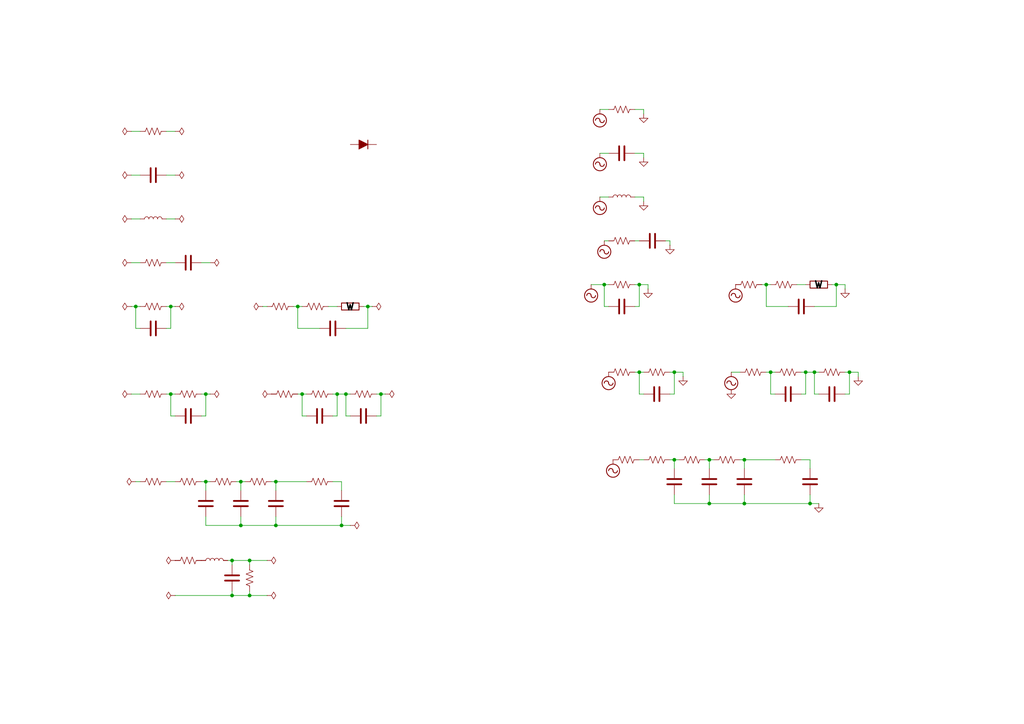
<source format=kicad_sch>
(kicad_sch (version 20231120) (generator "eeschema") (generator_version "8.0")
  (paper "A4")
  (lib_symbols
    (symbol "Device:C" (pin_numbers hide) (pin_names (offset 0.254))
      (property "Reference" "C" (at 0.635 2.54 0))
      (property "Value" "C" (at 0.635 -2.54 0))
      (symbol "C_0_1"
        (polyline (pts (xy -2.032 -0.762) (xy 2.032 -0.762)) (stroke (width 0.508)))
        (polyline (pts (xy -2.032 0.762) (xy 2.032 0.762)) (stroke (width 0.508)))
      )
      (symbol "C_1_1"
        (pin passive line (at 0 3.81 270) (length 2.794) (name "~") (number "1"))
        (pin passive line (at 0 -3.81 90) (length 2.794) (name "~") (number "2"))
      )
    )
    (symbol "Device:D_Filled" (pin_numbers hide) (pin_names (offset 1.016) hide)
      (property "Reference" "D" (at 0 2.54 0))
      (property "Value" "D_Filled" (at 0 -2.54 0))
      (symbol "D_Filled_0_1"
        (polyline (pts (xy -1.27 1.27) (xy -1.27 -1.27)) (stroke (width 0.254)))
        (polyline (pts (xy 1.27 0) (xy -1.27 0)))
        (polyline (pts (xy 1.27 1.27) (xy 1.27 -1.27) (xy -1.27 0) (xy 1.27 1.27)) (stroke (width 0.254)) (fill (type outline)))
      )
      (symbol "D_Filled_1_1"
        (pin passive line (at -3.81 0 0) (length 2.54) (name "K") (number "1"))
        (pin passive line (at 3.81 0 180) (length 2.54) (name "A") (number "2"))
      )
    )
    (symbol "Device:L" (pin_numbers hide) (pin_names (offset 1.016) hide)
      (property "Reference" "L" (at -1.27 0 90))
      (property "Value" "L" (at 1.905 0 90))
      (symbol "L_0_1"
        (arc (start 0 -2.54) (mid 0.6323 -1.905) (end 0 -1.27))
        (arc (start 0 -1.27) (mid 0.6323 -0.635) (end 0 0))
        (arc (start 0 0) (mid 0.6323 0.635) (end 0 1.27))
        (arc (start 0 1.27) (mid 0.6323 1.905) (end 0 2.54))
      )
      (symbol "L_1_1"
        (pin passive line (at 0 3.81 270) (length 1.27) (name "1") (number "1"))
        (pin passive line (at 0 -3.81 90) (length 1.27) (name "2") (number "2"))
      )
    )
    (symbol "Device:R" (pin_numbers hide) (pin_names (offset 0))
      (property "Reference" "R" (at 2.032 0 90))
      (property "Value" "R" (at 0 0 90))
      (symbol "R_0_1"
        (rectangle (start -1.016 -2.54) (end 1.016 2.54) (stroke (width 0.254)))
      )
      (symbol "R_1_1"
        (pin passive line (at 0 3.81 270) (length 1.27) (name "~") (number "1"))
        (pin passive line (at 0 -3.81 90) (length 1.27) (name "~") (number "2"))
      )
    )
    (symbol "Device:R_US" (pin_numbers hide) (pin_names (offset 0))
      (property "Reference" "R" (at 2.54 0 90))
      (property "Value" "R_US" (at -2.54 0 90))
      (symbol "R_US_0_1"
        (polyline (pts (xy 0 -2.286) (xy 0 -2.54)))
        (polyline (pts (xy 0 2.286) (xy 0 2.54)))
        (polyline (pts (xy 0 -0.762) (xy 1.016 -1.143) (xy 0 -1.524) (xy -1.016 -1.905) (xy 0 -2.286)))
        (polyline (pts (xy 0 0.762) (xy 1.016 0.381) (xy 0 0) (xy -1.016 -0.381) (xy 0 -0.762)))
        (polyline (pts (xy 0 2.286) (xy 1.016 1.905) (xy 0 1.524) (xy -1.016 1.143) (xy 0 0.762)))
      )
      (symbol "R_US_1_1"
        (pin passive line (at 0 3.81 270) (length 1.27) (name "~") (number "1"))
        (pin passive line (at 0 -3.81 90) (length 1.27) (name "~") (number "2"))
      )
    )
    (symbol "power:AC" (power) (pin_numbers hide) (pin_names (offset 0) hide)
      (property "Value" "AC" (at 0 6.35 0))
      (symbol "AC_0_1"
        (polyline (pts (xy 0 0) (xy 0 1.27)))
        (arc (start 0 3.175) (mid -0.635 3.8073) (end -1.27 3.175) (stroke (width 0.254)))
        (arc (start 0 3.175) (mid 0.635 2.5427) (end 1.27 3.175) (stroke (width 0.254)))
        (circle (center 0 3.175) (radius 1.905) (stroke (width 0.254)))
      )
      (symbol "AC_1_1"
        (pin power_in line (at 0 0 90) (length 0) (name "~") (number "1"))
      )
    )
    (symbol "power:GND" (power) (pin_numbers hide) (pin_names (offset 0) hide)
      (property "Value" "GND" (at 0 -3.81 0))
      (symbol "GND_0_1"
        (polyline (pts (xy 0 0) (xy 0 -1.27) (xy 1.27 -1.27) (xy 0 -2.54) (xy -1.27 -1.27) (xy 0 -1.27)))
      )
      (symbol "GND_1_1"
        (pin power_in line (at 0 0 270) (length 0) (name "~") (number "1"))
      )
    )
    (symbol "power:PWR_FLAG" (power) (pin_numbers hide) (pin_names (offset 0) hide)
      (property "Value" "PWR_FLAG" (at 0 3.81 0))
      (symbol "PWR_FLAG_0_0"
        (pin power_out line (at 0 0 90) (length 0) (name "~") (number "1"))
      )
      (symbol "PWR_FLAG_0_1"
        (polyline (pts (xy 0 0) (xy 0 1.27) (xy -1.016 1.905) (xy 0 2.54) (xy 1.016 1.905) (xy 0 1.27)))
      )
    )
  )
  (junction (at 99.06 152.4))
  (junction (at 185.42 82.55))
  (junction (at 222.25 82.55))
  (junction (at 223.52 107.95))
  (junction (at 80.01 139.7))
  (junction (at 72.39 162.56))
  (junction (at 195.58 107.95))
  (junction (at 106.68 88.9))
  (junction (at 236.22 107.95))
  (junction (at 67.31 162.56))
  (junction (at 49.53 88.9))
  (junction (at 175.26 82.55))
  (junction (at 233.68 107.95))
  (junction (at 59.69 139.7))
  (junction (at 246.38 107.95))
  (junction (at 215.9 146.05))
  (junction (at 69.85 139.7))
  (junction (at 110.49 114.3))
  (junction (at 87.63 114.3))
  (junction (at 215.9 133.35))
  (junction (at 195.58 133.35))
  (junction (at 86.36 88.9))
  (junction (at 49.53 114.3))
  (junction (at 39.37 88.9))
  (junction (at 69.85 152.4))
  (junction (at 185.42 107.95))
  (junction (at 100.33 114.3))
  (junction (at 242.57 82.55))
  (junction (at 80.01 152.4))
  (junction (at 72.39 172.72))
  (junction (at 205.74 133.35))
  (junction (at 67.31 172.72))
  (junction (at 97.79 114.3))
  (junction (at 59.69 114.3))
  (junction (at 205.74 146.05))
  (junction (at 234.95 146.05))
  (wire (pts (xy 38.1 88.9) (xy 39.37 88.9)))
  (wire (pts (xy 245.11 114.3) (xy 246.38 114.3)))
  (wire (pts (xy 220.98 82.55) (xy 222.25 82.55)))
  (wire (pts (xy 80.01 139.7) (xy 80.01 142.24)))
  (wire (pts (xy 76.2 88.9) (xy 77.47 88.9)))
  (wire (pts (xy 185.42 88.9) (xy 185.42 82.55)))
  (wire (pts (xy 184.15 44.45) (xy 186.69 44.45)))
  (wire (pts (xy 195.58 107.95) (xy 198.12 107.95)))
  (wire (pts (xy 38.1 76.2) (xy 40.64 76.2)))
  (wire (pts (xy 110.49 120.65) (xy 110.49 114.3)))
  (wire (pts (xy 185.42 114.3) (xy 185.42 107.95)))
  (wire (pts (xy 223.52 107.95) (xy 224.79 107.95)))
  (wire (pts (xy 39.37 88.9) (xy 40.64 88.9)))
  (wire (pts (xy 184.15 57.15) (xy 186.69 57.15)))
  (wire (pts (xy 86.36 88.9) (xy 87.63 88.9)))
  (wire (pts (xy 49.53 95.25) (xy 49.53 88.9)))
  (wire (pts (xy 185.42 107.95) (xy 186.69 107.95)))
  (wire (pts (xy 99.06 152.4) (xy 101.6 152.4)))
  (wire (pts (xy 48.26 76.2) (xy 50.8 76.2)))
  (wire (pts (xy 233.68 114.3) (xy 233.68 107.95)))
  (wire (pts (xy 72.39 172.72) (xy 77.47 172.72)))
  (wire (pts (xy 248.92 109.22) (xy 248.92 107.95)))
  (wire (pts (xy 232.41 114.3) (xy 233.68 114.3)))
  (wire (pts (xy 204.47 133.35) (xy 205.74 133.35)))
  (wire (pts (xy 38.1 63.5) (xy 40.64 63.5)))
  (wire (pts (xy 106.68 95.25) (xy 106.68 88.9)))
  (wire (pts (xy 224.79 114.3) (xy 223.52 114.3)))
  (wire (pts (xy 38.1 50.8) (xy 40.64 50.8)))
  (wire (pts (xy 193.04 69.85) (xy 194.31 69.85)))
  (wire (pts (xy 49.53 120.65) (xy 49.53 114.3)))
  (wire (pts (xy 50.8 172.72) (xy 67.31 172.72)))
  (wire (pts (xy 38.1 114.3) (xy 40.64 114.3)))
  (wire (pts (xy 95.25 88.9) (xy 97.79 88.9)))
  (wire (pts (xy 88.9 120.65) (xy 87.63 120.65)))
  (wire (pts (xy 100.33 120.65) (xy 100.33 114.3)))
  (wire (pts (xy 96.52 120.65) (xy 97.79 120.65)))
  (wire (pts (xy 86.36 95.25) (xy 86.36 88.9)))
  (wire (pts (xy 48.26 114.3) (xy 49.53 114.3)))
  (wire (pts (xy 195.58 133.35) (xy 195.58 135.89)))
  (wire (pts (xy 237.49 114.3) (xy 236.22 114.3)))
  (wire (pts (xy 236.22 114.3) (xy 236.22 107.95)))
  (wire (pts (xy 106.68 88.9) (xy 107.95 88.9)))
  (wire (pts (xy 185.42 133.35) (xy 186.69 133.35)))
  (wire (pts (xy 72.39 172.72) (xy 72.39 171.45)))
  (wire (pts (xy 173.99 57.15) (xy 176.53 57.15)))
  (wire (pts (xy 109.22 120.65) (xy 110.49 120.65)))
  (wire (pts (xy 242.57 82.55) (xy 241.3 82.55)))
  (wire (pts (xy 232.41 107.95) (xy 233.68 107.95)))
  (wire (pts (xy 68.58 139.7) (xy 69.85 139.7)))
  (wire (pts (xy 67.31 163.83) (xy 67.31 162.56)))
  (wire (pts (xy 198.12 107.95) (xy 198.12 109.22)))
  (wire (pts (xy 215.9 143.51) (xy 215.9 146.05)))
  (wire (pts (xy 58.42 114.3) (xy 59.69 114.3)))
  (wire (pts (xy 69.85 149.86) (xy 69.85 152.4)))
  (wire (pts (xy 186.69 44.45) (xy 186.69 45.72)))
  (wire (pts (xy 39.37 139.7) (xy 40.64 139.7)))
  (wire (pts (xy 72.39 163.83) (xy 72.39 162.56)))
  (wire (pts (xy 48.26 88.9) (xy 49.53 88.9)))
  (wire (pts (xy 48.26 139.7) (xy 50.8 139.7)))
  (wire (pts (xy 106.68 88.9) (xy 105.41 88.9)))
  (wire (pts (xy 173.99 44.45) (xy 176.53 44.45)))
  (wire (pts (xy 186.69 114.3) (xy 185.42 114.3)))
  (wire (pts (xy 38.1 38.1) (xy 40.64 38.1)))
  (wire (pts (xy 99.06 139.7) (xy 99.06 142.24)))
  (wire (pts (xy 231.14 82.55) (xy 233.68 82.55)))
  (wire (pts (xy 215.9 133.35) (xy 224.79 133.35)))
  (wire (pts (xy 194.31 107.95) (xy 195.58 107.95)))
  (wire (pts (xy 67.31 172.72) (xy 72.39 172.72)))
  (wire (pts (xy 87.63 114.3) (xy 88.9 114.3)))
  (wire (pts (xy 228.6 88.9) (xy 222.25 88.9)))
  (wire (pts (xy 242.57 88.9) (xy 242.57 82.55)))
  (wire (pts (xy 212.09 107.95) (xy 214.63 107.95)))
  (wire (pts (xy 184.15 69.85) (xy 185.42 69.85)))
  (wire (pts (xy 246.38 107.95) (xy 248.92 107.95)))
  (wire (pts (xy 96.52 139.7) (xy 99.06 139.7)))
  (wire (pts (xy 245.11 107.95) (xy 246.38 107.95)))
  (wire (pts (xy 58.42 139.7) (xy 59.69 139.7)))
  (wire (pts (xy 184.15 88.9) (xy 185.42 88.9)))
  (wire (pts (xy 214.63 133.35) (xy 215.9 133.35)))
  (wire (pts (xy 100.33 114.3) (xy 101.6 114.3)))
  (wire (pts (xy 205.74 146.05) (xy 215.9 146.05)))
  (wire (pts (xy 59.69 114.3) (xy 60.96 114.3)))
  (wire (pts (xy 195.58 146.05) (xy 205.74 146.05)))
  (wire (pts (xy 69.85 152.4) (xy 80.01 152.4)))
  (wire (pts (xy 246.38 114.3) (xy 246.38 107.95)))
  (wire (pts (xy 50.8 120.65) (xy 49.53 120.65)))
  (wire (pts (xy 99.06 149.86) (xy 99.06 152.4)))
  (wire (pts (xy 205.74 143.51) (xy 205.74 146.05)))
  (wire (pts (xy 66.04 162.56) (xy 67.31 162.56)))
  (wire (pts (xy 59.69 139.7) (xy 59.69 142.24)))
  (wire (pts (xy 39.37 95.25) (xy 39.37 88.9)))
  (wire (pts (xy 245.11 83.82) (xy 245.11 82.55)))
  (wire (pts (xy 186.69 57.15) (xy 186.69 58.42)))
  (wire (pts (xy 48.26 63.5) (xy 50.8 63.5)))
  (wire (pts (xy 175.26 82.55) (xy 176.53 82.55)))
  (wire (pts (xy 86.36 114.3) (xy 87.63 114.3)))
  (wire (pts (xy 100.33 95.25) (xy 106.68 95.25)))
  (wire (pts (xy 194.31 114.3) (xy 195.58 114.3)))
  (wire (pts (xy 85.09 88.9) (xy 86.36 88.9)))
  (wire (pts (xy 175.26 88.9) (xy 175.26 82.55)))
  (wire (pts (xy 72.39 162.56) (xy 77.47 162.56)))
  (wire (pts (xy 232.41 133.35) (xy 234.95 133.35)))
  (wire (pts (xy 109.22 114.3) (xy 110.49 114.3)))
  (wire (pts (xy 205.74 133.35) (xy 207.01 133.35)))
  (wire (pts (xy 59.69 139.7) (xy 60.96 139.7)))
  (wire (pts (xy 242.57 82.55) (xy 245.11 82.55)))
  (wire (pts (xy 222.25 88.9) (xy 222.25 82.55)))
  (wire (pts (xy 48.26 38.1) (xy 50.8 38.1)))
  (wire (pts (xy 195.58 114.3) (xy 195.58 107.95)))
  (wire (pts (xy 92.71 95.25) (xy 86.36 95.25)))
  (wire (pts (xy 215.9 146.05) (xy 234.95 146.05)))
  (wire (pts (xy 195.58 143.51) (xy 195.58 146.05)))
  (wire (pts (xy 59.69 120.65) (xy 59.69 114.3)))
  (wire (pts (xy 40.64 95.25) (xy 39.37 95.25)))
  (wire (pts (xy 72.39 162.56) (xy 67.31 162.56)))
  (wire (pts (xy 175.26 69.85) (xy 176.53 69.85)))
  (wire (pts (xy 59.69 149.86) (xy 59.69 152.4)))
  (wire (pts (xy 96.52 114.3) (xy 97.79 114.3)))
  (wire (pts (xy 184.15 107.95) (xy 185.42 107.95)))
  (wire (pts (xy 58.42 120.65) (xy 59.69 120.65)))
  (wire (pts (xy 184.15 82.55) (xy 185.42 82.55)))
  (wire (pts (xy 69.85 139.7) (xy 71.12 139.7)))
  (wire (pts (xy 215.9 133.35) (xy 215.9 135.89)))
  (wire (pts (xy 80.01 139.7) (xy 88.9 139.7)))
  (wire (pts (xy 194.31 133.35) (xy 195.58 133.35)))
  (wire (pts (xy 48.26 95.25) (xy 49.53 95.25)))
  (wire (pts (xy 101.6 120.65) (xy 100.33 120.65)))
  (wire (pts (xy 78.74 139.7) (xy 80.01 139.7)))
  (wire (pts (xy 173.99 31.75) (xy 176.53 31.75)))
  (wire (pts (xy 195.58 133.35) (xy 196.85 133.35)))
  (wire (pts (xy 48.26 50.8) (xy 50.8 50.8)))
  (wire (pts (xy 176.53 88.9) (xy 175.26 88.9)))
  (wire (pts (xy 222.25 107.95) (xy 223.52 107.95)))
  (wire (pts (xy 80.01 149.86) (xy 80.01 152.4)))
  (wire (pts (xy 49.53 114.3) (xy 50.8 114.3)))
  (wire (pts (xy 234.95 146.05) (xy 237.49 146.05)))
  (wire (pts (xy 110.49 114.3) (xy 111.76 114.3)))
  (wire (pts (xy 234.95 143.51) (xy 234.95 146.05)))
  (wire (pts (xy 97.79 120.65) (xy 97.79 114.3)))
  (wire (pts (xy 49.53 88.9) (xy 50.8 88.9)))
  (wire (pts (xy 187.96 83.82) (xy 187.96 82.55)))
  (wire (pts (xy 80.01 152.4) (xy 99.06 152.4)))
  (wire (pts (xy 69.85 139.7) (xy 69.85 142.24)))
  (wire (pts (xy 205.74 133.35) (xy 205.74 135.89)))
  (wire (pts (xy 59.69 152.4) (xy 69.85 152.4)))
  (wire (pts (xy 185.42 82.55) (xy 187.96 82.55)))
  (wire (pts (xy 171.45 82.55) (xy 175.26 82.55)))
  (wire (pts (xy 184.15 31.75) (xy 186.69 31.75)))
  (wire (pts (xy 222.25 82.55) (xy 223.52 82.55)))
  (wire (pts (xy 236.22 88.9) (xy 242.57 88.9)))
  (wire (pts (xy 186.69 31.75) (xy 186.69 33.02)))
  (wire (pts (xy 97.79 114.3) (xy 100.33 114.3)))
  (wire (pts (xy 67.31 171.45) (xy 67.31 172.72)))
  (wire (pts (xy 58.42 76.2) (xy 60.96 76.2)))
  (wire (pts (xy 87.63 120.65) (xy 87.63 114.3)))
  (wire (pts (xy 233.68 107.95) (xy 236.22 107.95)))
  (wire (pts (xy 234.95 133.35) (xy 234.95 135.89)))
  (wire (pts (xy 194.31 69.85) (xy 194.31 71.12)))
  (wire (pts (xy 236.22 107.95) (xy 237.49 107.95)))
  (wire (pts (xy 223.52 114.3) (xy 223.52 107.95)))
  (label "W" (at 236.01 84.4644 0) (effects (font (size 2.032 2.032) (thickness 0.4064) (bold yes))))
  (label "W" (at 100.12 90.8144 0) (effects (font (size 2.032 2.032) (thickness 0.4064) (bold yes))))
  (symbol (lib_id "power:AC") (at 173.99 57.15 180) (unit 1)
    (property "Reference" "#PWR03" (effects (hide yes)))
    (property "Value" "AC" (effects (hide yes)))
    (property "Description" "Power symbol creates a global label with name \"AC\"" (effects (hide yes)))
  )
  (symbol (lib_id "Device:R_US") (at 190.5 133.35 90) (unit 1)
    (property "Reference" "R23" (effects (hide yes)))
    (property "Value" "R_US" (effects (hide yes)))
    (property "Description" "Resistor, US symbol" (effects (hide yes)))
  )
  (symbol (lib_id "power:GND") (at 248.92 109.22 0) (unit 1)
    (property "Reference" "#PWR016" (effects (hide yes)))
    (property "Value" "GND" (effects (hide yes)))
    (property "Description" "Power symbol creates a global label with name \"GND\" , ground" (effects (hide yes)))
  )
  (symbol (lib_id "Device:R_US") (at 54.61 162.56 90) (unit 1)
    (property "Reference" "R34" (effects (hide yes)))
    (property "Value" "R_US" (effects (hide yes)))
    (property "Description" "Resistor, US symbol" (effects (hide yes)))
  )
  (symbol (lib_id "Device:C") (at 232.41 88.9 90) (unit 1)
    (property "Reference" "C20" (effects (hide yes)))
    (property "Value" "C" (effects (hide yes)))
    (property "Description" "Unpolarized capacitor" (effects (hide yes)))
  )
  (symbol (lib_id "power:PWR_FLAG") (at 38.1 76.2 90) (unit 1)
    (property "Reference" "#FLG07" (effects (hide yes)))
    (property "Value" "PWR_FLAG" (effects (hide yes)))
    (property "Description" "Special symbol for telling ERC where power comes from" (effects (hide yes)))
  )
  (symbol (lib_id "Device:R_US") (at 180.34 69.85 90) (unit 1)
    (property "Reference" "R18" (effects (hide yes)))
    (property "Value" "R_US" (effects (hide yes)))
    (property "Description" "Resistor, US symbol" (effects (hide yes)))
  )
  (symbol (lib_id "Device:R_US") (at 92.71 114.3 90) (unit 1)
    (property "Reference" "R7" (effects (hide yes)))
    (property "Value" "R_US" (effects (hide yes)))
    (property "Description" "Resistor, US symbol" (effects (hide yes)))
  )
  (symbol (lib_id "power:AC") (at 173.99 31.75 180) (unit 1)
    (property "Reference" "#PWR01" (effects (hide yes)))
    (property "Value" "AC" (effects (hide yes)))
    (property "Description" "Power symbol creates a global label with name \"AC\"" (effects (hide yes)))
  )
  (symbol (lib_id "Device:R_US") (at 217.17 82.55 90) (unit 1)
    (property "Reference" "R26" (effects (hide yes)))
    (property "Value" "R_US" (effects (hide yes)))
    (property "Description" "Resistor, US symbol" (effects (hide yes)))
  )
  (symbol (lib_id "Device:R_US") (at 228.6 107.95 90) (unit 1)
    (property "Reference" "R29" (effects (hide yes)))
    (property "Value" "R_US" (effects (hide yes)))
    (property "Description" "Resistor, US symbol" (effects (hide yes)))
  )
  (symbol (lib_id "Device:C") (at 189.23 69.85 90) (unit 1)
    (property "Reference" "C14" (effects (hide yes)))
    (property "Value" "C" (effects (hide yes)))
    (property "Description" "Unpolarized capacitor" (effects (hide yes)))
  )
  (symbol (lib_id "power:GND") (at 198.12 109.22 0) (unit 1)
    (property "Reference" "#PWR018" (effects (hide yes)))
    (property "Value" "GND" (effects (hide yes)))
    (property "Description" "Power symbol creates a global label with name \"GND\" , ground" (effects (hide yes)))
  )
  (symbol (lib_id "Device:D_Filled") (at 105.41 41.91 180) (unit 1)
    (property "Reference" "D1" (effects (hide yes)))
    (property "Value" "D_Filled" (effects (hide yes)))
    (property "Description" "Diode, filled shape" (effects (hide yes)))
    (property "Sim.Device" "D" (effects (hide yes)))
    (property "Sim.Pins" "1=K 2=A" (effects (hide yes)))
  )
  (symbol (lib_id "Device:C") (at 54.61 76.2 90) (unit 1)
    (property "Reference" "C2" (effects (hide yes)))
    (property "Value" "C" (effects (hide yes)))
    (property "Description" "Unpolarized capacitor" (effects (hide yes)))
  )
  (symbol (lib_id "Device:L") (at 44.45 63.5 90) (unit 1)
    (property "Reference" "L1" (effects (hide yes)))
    (property "Value" "L" (effects (hide yes)))
    (property "Description" "Inductor" (effects (hide yes)))
  )
  (symbol (lib_id "Device:R_US") (at 54.61 139.7 90) (unit 1)
    (property "Reference" "R10" (effects (hide yes)))
    (property "Value" "R_US" (effects (hide yes)))
    (property "Description" "Resistor, US symbol" (effects (hide yes)))
  )
  (symbol (lib_id "power:GND") (at 186.69 33.02 0) (unit 1)
    (property "Reference" "#PWR010" (effects (hide yes)))
    (property "Value" "GND" (effects (hide yes)))
    (property "Description" "Power symbol creates a global label with name \"GND\" , ground" (effects (hide yes)))
  )
  (symbol (lib_id "Device:R_US") (at 180.34 31.75 90) (unit 1)
    (property "Reference" "R17" (effects (hide yes)))
    (property "Value" "R_US" (effects (hide yes)))
    (property "Description" "Resistor, US symbol" (effects (hide yes)))
  )
  (symbol (lib_id "Device:C") (at 69.85 146.05 0) (unit 1)
    (property "Reference" "C8" (effects (hide yes)))
    (property "Value" "C" (effects (hide yes)))
    (property "Description" "Unpolarized capacitor" (effects (hide yes)))
  )
  (symbol (lib_id "Device:C") (at 215.9 139.7 0) (unit 1)
    (property "Reference" "C18" (effects (hide yes)))
    (property "Value" "C" (effects (hide yes)))
    (property "Description" "Unpolarized capacitor" (effects (hide yes)))
  )
  (symbol (lib_id "Device:R_US") (at 81.28 88.9 90) (unit 1)
    (property "Reference" "R14" (effects (hide yes)))
    (property "Value" "R_US" (effects (hide yes)))
    (property "Description" "Resistor, US symbol" (effects (hide yes)))
  )
  (symbol (lib_id "power:PWR_FLAG") (at 77.47 172.72 270) (unit 1)
    (property "Reference" "#FLG023" (effects (hide yes)))
    (property "Value" "PWR_FLAG" (effects (hide yes)))
    (property "Description" "Special symbol for telling ERC where power comes from" (effects (hide yes)))
  )
  (symbol (lib_id "power:PWR_FLAG") (at 78.74 114.3 90) (unit 1)
    (property "Reference" "#FLG013" (effects (hide yes)))
    (property "Value" "PWR_FLAG" (effects (hide yes)))
    (property "Description" "Special symbol for telling ERC where power comes from" (effects (hide yes)))
  )
  (symbol (lib_id "Device:C") (at 59.69 146.05 0) (unit 1)
    (property "Reference" "C7" (effects (hide yes)))
    (property "Value" "C" (effects (hide yes)))
    (property "Description" "Unpolarized capacitor" (effects (hide yes)))
  )
  (symbol (lib_id "Device:R_US") (at 44.45 38.1 90) (unit 1)
    (property "Reference" "R1" (effects (hide yes)))
    (property "Value" "R_US" (effects (hide yes)))
    (property "Description" "Resistor, US symbol" (effects (hide yes)))
  )
  (symbol (lib_id "Device:R_US") (at 82.55 114.3 90) (unit 1)
    (property "Reference" "R6" (effects (hide yes)))
    (property "Value" "R_US" (effects (hide yes)))
    (property "Description" "Resistor, US symbol" (effects (hide yes)))
  )
  (symbol (lib_id "Device:R_US") (at 210.82 133.35 90) (unit 1)
    (property "Reference" "R25" (effects (hide yes)))
    (property "Value" "R_US" (effects (hide yes)))
    (property "Description" "Resistor, US symbol" (effects (hide yes)))
  )
  (symbol (lib_id "Device:R_US") (at 54.61 114.3 90) (unit 1)
    (property "Reference" "R4" (effects (hide yes)))
    (property "Value" "R_US" (effects (hide yes)))
    (property "Description" "Resistor, US symbol" (effects (hide yes)))
  )
  (symbol (lib_id "Device:C") (at 80.01 146.05 0) (unit 1)
    (property "Reference" "C9" (effects (hide yes)))
    (property "Value" "C" (effects (hide yes)))
    (property "Description" "Unpolarized capacitor" (effects (hide yes)))
  )
  (symbol (lib_id "Device:R_US") (at 180.34 82.55 90) (unit 1)
    (property "Reference" "R19" (effects (hide yes)))
    (property "Value" "R_US" (effects (hide yes)))
    (property "Description" "Resistor, US symbol" (effects (hide yes)))
  )
  (symbol (lib_id "power:GND") (at 186.69 45.72 0) (unit 1)
    (property "Reference" "#PWR011" (effects (hide yes)))
    (property "Value" "GND" (effects (hide yes)))
    (property "Description" "Power symbol creates a global label with name \"GND\" , ground" (effects (hide yes)))
  )
  (symbol (lib_id "Device:C") (at 92.71 120.65 90) (unit 1)
    (property "Reference" "C5" (effects (hide yes)))
    (property "Value" "C" (effects (hide yes)))
    (property "Description" "Unpolarized capacitor" (effects (hide yes)))
  )
  (symbol (lib_id "power:PWR_FLAG") (at 50.8 162.56 90) (unit 1)
    (property "Reference" "#FLG022" (effects (hide yes)))
    (property "Value" "PWR_FLAG" (effects (hide yes)))
    (property "Description" "Special symbol for telling ERC where power comes from" (effects (hide yes)))
  )
  (symbol (lib_id "power:PWR_FLAG") (at 38.1 38.1 90) (unit 1)
    (property "Reference" "#FLG01" (effects (hide yes)))
    (property "Value" "PWR_FLAG" (effects (hide yes)))
    (property "Description" "Special symbol for telling ERC where power comes from" (effects (hide yes)))
  )
  (symbol (lib_id "Device:C") (at 99.06 146.05 0) (unit 1)
    (property "Reference" "C10" (effects (hide yes)))
    (property "Value" "C" (effects (hide yes)))
    (property "Description" "Unpolarized capacitor" (effects (hide yes)))
  )
  (symbol (lib_id "Device:R_US") (at 74.93 139.7 90) (unit 1)
    (property "Reference" "R12" (effects (hide yes)))
    (property "Value" "R_US" (effects (hide yes)))
    (property "Description" "Resistor, US symbol" (effects (hide yes)))
  )
  (symbol (lib_id "Device:C") (at 54.61 120.65 90) (unit 1)
    (property "Reference" "C4" (effects (hide yes)))
    (property "Value" "C" (effects (hide yes)))
    (property "Description" "Unpolarized capacitor" (effects (hide yes)))
  )
  (symbol (lib_id "power:PWR_FLAG") (at 38.1 88.9 90) (unit 1)
    (property "Reference" "#FLG09" (effects (hide yes)))
    (property "Value" "PWR_FLAG" (effects (hide yes)))
    (property "Description" "Special symbol for telling ERC where power comes from" (effects (hide yes)))
  )
  (symbol (lib_id "power:PWR_FLAG") (at 38.1 114.3 90) (unit 1)
    (property "Reference" "#FLG011" (effects (hide yes)))
    (property "Value" "PWR_FLAG" (effects (hide yes)))
    (property "Description" "Special symbol for telling ERC where power comes from" (effects (hide yes)))
  )
  (symbol (lib_id "power:PWR_FLAG") (at 101.6 152.4 270) (unit 1)
    (property "Reference" "#FLG016" (effects (hide yes)))
    (property "Value" "PWR_FLAG" (effects (hide yes)))
    (property "Description" "Special symbol for telling ERC where power comes from" (effects (hide yes)))
  )
  (symbol (lib_id "power:GND") (at 187.96 83.82 0) (unit 1)
    (property "Reference" "#PWR014" (effects (hide yes)))
    (property "Value" "GND" (effects (hide yes)))
    (property "Description" "Power symbol creates a global label with name \"GND\" , ground" (effects (hide yes)))
  )
  (symbol (lib_id "power:GND") (at 212.09 113.03 0) (unit 1)
    (property "Reference" "#PWR019" (effects (hide yes)))
    (property "Value" "GND" (effects (hide yes)))
    (property "Description" "Power symbol creates a global label with name \"GND\" , ground" (effects (hide yes)))
  )
  (symbol (lib_id "power:PWR_FLAG") (at 60.96 114.3 270) (unit 1)
    (property "Reference" "#FLG012" (effects (hide yes)))
    (property "Value" "PWR_FLAG" (effects (hide yes)))
    (property "Description" "Special symbol for telling ERC where power comes from" (effects (hide yes)))
  )
  (symbol (lib_id "Device:R_US") (at 200.66 133.35 90) (unit 1)
    (property "Reference" "R24" (effects (hide yes)))
    (property "Value" "R_US" (effects (hide yes)))
    (property "Description" "Resistor, US symbol" (effects (hide yes)))
  )
  (symbol (lib_id "power:AC") (at 177.8 133.35 180) (unit 1)
    (property "Reference" "#PWR07" (effects (hide yes)))
    (property "Value" "AC" (effects (hide yes)))
    (property "Description" "Power symbol creates a global label with name \"AC\"" (effects (hide yes)))
  )
  (symbol (lib_id "Device:C") (at 228.6 114.3 90) (unit 1)
    (property "Reference" "C19" (effects (hide yes)))
    (property "Value" "C" (effects (hide yes)))
    (property "Description" "Unpolarized capacitor" (effects (hide yes)))
  )
  (symbol (lib_id "Device:R_US") (at 44.45 139.7 90) (unit 1)
    (property "Reference" "R9" (effects (hide yes)))
    (property "Value" "R_US" (effects (hide yes)))
    (property "Description" "Resistor, US symbol" (effects (hide yes)))
  )
  (symbol (lib_id "power:GND") (at 245.11 83.82 0) (unit 1)
    (property "Reference" "#PWR015" (effects (hide yes)))
    (property "Value" "GND" (effects (hide yes)))
    (property "Description" "Power symbol creates a global label with name \"GND\" , ground" (effects (hide yes)))
  )
  (symbol (lib_id "Device:L") (at 62.23 162.56 90) (unit 1)
    (property "Reference" "L3" (effects (hide yes)))
    (property "Value" "L" (effects (hide yes)))
    (property "Description" "Inductor" (effects (hide yes)))
  )
  (symbol (lib_id "Device:C") (at 44.45 50.8 90) (unit 1)
    (property "Reference" "C1" (effects (hide yes)))
    (property "Value" "C" (effects (hide yes)))
    (property "Description" "Unpolarized capacitor" (effects (hide yes)))
  )
  (symbol (lib_id "Device:C") (at 44.45 95.25 90) (unit 1)
    (property "Reference" "C3" (effects (hide yes)))
    (property "Value" "C" (effects (hide yes)))
    (property "Description" "Unpolarized capacitor" (effects (hide yes)))
  )
  (symbol (lib_id "power:PWR_FLAG") (at 111.76 114.3 270) (unit 1)
    (property "Reference" "#FLG014" (effects (hide yes)))
    (property "Value" "PWR_FLAG" (effects (hide yes)))
    (property "Description" "Special symbol for telling ERC where power comes from" (effects (hide yes)))
  )
  (symbol (lib_id "Device:R_US") (at 181.61 133.35 90) (unit 1)
    (property "Reference" "R21" (effects (hide yes)))
    (property "Value" "R_US" (effects (hide yes)))
    (property "Description" "Resistor, US symbol" (effects (hide yes)))
  )
  (symbol (lib_id "Device:C") (at 96.52 95.25 90) (unit 1)
    (property "Reference" "C11" (effects (hide yes)))
    (property "Value" "C" (effects (hide yes)))
    (property "Description" "Unpolarized capacitor" (effects (hide yes)))
  )
  (symbol (lib_id "power:PWR_FLAG") (at 76.2 88.9 90) (unit 1)
    (property "Reference" "#FLG017" (effects (hide yes)))
    (property "Value" "PWR_FLAG" (effects (hide yes)))
    (property "Description" "Special symbol for telling ERC where power comes from" (effects (hide yes)))
  )
  (symbol (lib_id "Device:R_US") (at 72.39 167.64 180) (unit 1)
    (property "Reference" "R35" (effects (hide yes)))
    (property "Value" "R_US" (effects (hide yes)))
    (property "Description" "Resistor, US symbol" (effects (hide yes)))
  )
  (symbol (lib_id "Device:R_US") (at 227.33 82.55 90) (unit 1)
    (property "Reference" "R28" (effects (hide yes)))
    (property "Value" "R_US" (effects (hide yes)))
    (property "Description" "Resistor, US symbol" (effects (hide yes)))
  )
  (symbol (lib_id "power:PWR_FLAG") (at 50.8 63.5 270) (unit 1)
    (property "Reference" "#FLG06" (effects (hide yes)))
    (property "Value" "PWR_FLAG" (effects (hide yes)))
    (property "Description" "Special symbol for telling ERC where power comes from" (effects (hide yes)))
  )
  (symbol (lib_id "Device:C") (at 190.5 114.3 90) (unit 1)
    (property "Reference" "C15" (effects (hide yes)))
    (property "Value" "C" (effects (hide yes)))
    (property "Description" "Unpolarized capacitor" (effects (hide yes)))
  )
  (symbol (lib_id "power:PWR_FLAG") (at 39.37 139.7 90) (unit 1)
    (property "Reference" "#FLG015" (effects (hide yes)))
    (property "Value" "PWR_FLAG" (effects (hide yes)))
    (property "Description" "Special symbol for telling ERC where power comes from" (effects (hide yes)))
  )
  (symbol (lib_id "power:PWR_FLAG") (at 50.8 50.8 270) (unit 1)
    (property "Reference" "#FLG04" (effects (hide yes)))
    (property "Value" "PWR_FLAG" (effects (hide yes)))
    (property "Description" "Special symbol for telling ERC where power comes from" (effects (hide yes)))
  )
  (symbol (lib_id "power:PWR_FLAG") (at 60.96 76.2 270) (unit 1)
    (property "Reference" "#FLG08" (effects (hide yes)))
    (property "Value" "PWR_FLAG" (effects (hide yes)))
    (property "Description" "Special symbol for telling ERC where power comes from" (effects (hide yes)))
  )
  (symbol (lib_id "power:AC") (at 176.53 107.95 180) (unit 1)
    (property "Reference" "#PWR06" (effects (hide yes)))
    (property "Value" "AC" (effects (hide yes)))
    (property "Description" "Power symbol creates a global label with name \"AC\"" (effects (hide yes)))
  )
  (symbol (lib_id "power:PWR_FLAG") (at 50.8 38.1 270) (unit 1)
    (property "Reference" "#FLG02" (effects (hide yes)))
    (property "Value" "PWR_FLAG" (effects (hide yes)))
    (property "Description" "Special symbol for telling ERC where power comes from" (effects (hide yes)))
  )
  (symbol (lib_id "power:PWR_FLAG") (at 77.47 162.56 270) (unit 1)
    (property "Reference" "#FLG020" (effects (hide yes)))
    (property "Value" "PWR_FLAG" (effects (hide yes)))
    (property "Description" "Special symbol for telling ERC where power comes from" (effects (hide yes)))
  )
  (symbol (lib_id "power:GND") (at 194.31 71.12 0) (unit 1)
    (property "Reference" "#PWR013" (effects (hide yes)))
    (property "Value" "GND" (effects (hide yes)))
    (property "Description" "Power symbol creates a global label with name \"GND\" , ground" (effects (hide yes)))
  )
  (symbol (lib_id "Device:R_US") (at 44.45 114.3 90) (unit 1)
    (property "Reference" "R5" (effects (hide yes)))
    (property "Value" "R_US" (effects (hide yes)))
    (property "Description" "Resistor, US symbol" (effects (hide yes)))
  )
  (symbol (lib_id "Device:R_US") (at 190.5 107.95 90) (unit 1)
    (property "Reference" "R22" (effects (hide yes)))
    (property "Value" "R_US" (effects (hide yes)))
    (property "Description" "Resistor, US symbol" (effects (hide yes)))
  )
  (symbol (lib_id "power:PWR_FLAG") (at 50.8 88.9 270) (unit 1)
    (property "Reference" "#FLG010" (effects (hide yes)))
    (property "Value" "PWR_FLAG" (effects (hide yes)))
    (property "Description" "Special symbol for telling ERC where power comes from" (effects (hide yes)))
  )
  (symbol (lib_id "Device:R_US") (at 218.44 107.95 90) (unit 1)
    (property "Reference" "R27" (effects (hide yes)))
    (property "Value" "R_US" (effects (hide yes)))
    (property "Description" "Resistor, US symbol" (effects (hide yes)))
  )
  (symbol (lib_id "power:GND") (at 237.49 146.05 0) (unit 1)
    (property "Reference" "#PWR017" (effects (hide yes)))
    (property "Value" "GND" (effects (hide yes)))
    (property "Description" "Power symbol creates a global label with name \"GND\" , ground" (effects (hide yes)))
  )
  (symbol (lib_id "Device:R") (at 237.49 82.55 90) (unit 1)
    (property "Reference" "R31" (effects (hide yes)))
    (property "Value" "R" (effects (hide yes)))
    (property "Description" "Resistor" (effects (hide yes)))
  )
  (symbol (lib_id "Device:C") (at 180.34 44.45 90) (unit 1)
    (property "Reference" "C12" (effects (hide yes)))
    (property "Value" "C" (effects (hide yes)))
    (property "Description" "Unpolarized capacitor" (effects (hide yes)))
  )
  (symbol (lib_id "Device:R_US") (at 241.3 107.95 90) (unit 1)
    (property "Reference" "R32" (effects (hide yes)))
    (property "Value" "R_US" (effects (hide yes)))
    (property "Description" "Resistor, US symbol" (effects (hide yes)))
  )
  (symbol (lib_id "Device:C") (at 67.31 167.64 0) (unit 1)
    (property "Reference" "C23" (effects (hide yes)))
    (property "Value" "C" (effects (hide yes)))
    (property "Description" "Unpolarized capacitor" (effects (hide yes)))
  )
  (symbol (lib_id "Device:C") (at 180.34 88.9 90) (unit 1)
    (property "Reference" "C13" (effects (hide yes)))
    (property "Value" "C" (effects (hide yes)))
    (property "Description" "Unpolarized capacitor" (effects (hide yes)))
  )
  (symbol (lib_id "power:PWR_FLAG") (at 107.95 88.9 270) (unit 1)
    (property "Reference" "#FLG018" (effects (hide yes)))
    (property "Value" "PWR_FLAG" (effects (hide yes)))
    (property "Description" "Special symbol for telling ERC where power comes from" (effects (hide yes)))
  )
  (symbol (lib_id "Device:R") (at 101.6 88.9 90) (unit 1)
    (property "Reference" "R16" (effects (hide yes)))
    (property "Value" "R" (effects (hide yes)))
    (property "Description" "Resistor" (effects (hide yes)))
  )
  (symbol (lib_id "Device:R_US") (at 105.41 114.3 90) (unit 1)
    (property "Reference" "R8" (effects (hide yes)))
    (property "Value" "R_US" (effects (hide yes)))
    (property "Description" "Resistor, US symbol" (effects (hide yes)))
  )
  (symbol (lib_id "Device:R_US") (at 91.44 88.9 90) (unit 1)
    (property "Reference" "R15" (effects (hide yes)))
    (property "Value" "R_US" (effects (hide yes)))
    (property "Description" "Resistor, US symbol" (effects (hide yes)))
  )
  (symbol (lib_id "power:AC") (at 175.26 69.85 180) (unit 1)
    (property "Reference" "#PWR04" (effects (hide yes)))
    (property "Value" "AC" (effects (hide yes)))
    (property "Description" "Power symbol creates a global label with name \"AC\"" (effects (hide yes)))
  )
  (symbol (lib_id "power:AC") (at 173.99 44.45 180) (unit 1)
    (property "Reference" "#PWR02" (effects (hide yes)))
    (property "Value" "AC" (effects (hide yes)))
    (property "Description" "Power symbol creates a global label with name \"AC\"" (effects (hide yes)))
  )
  (symbol (lib_id "power:AC") (at 213.36 82.55 180) (unit 1)
    (property "Reference" "#PWR09" (effects (hide yes)))
    (property "Value" "AC" (effects (hide yes)))
    (property "Description" "Power symbol creates a global label with name \"AC\"" (effects (hide yes)))
  )
  (symbol (lib_id "power:AC") (at 212.09 107.95 180) (unit 1)
    (property "Reference" "#PWR08" (effects (hide yes)))
    (property "Value" "AC" (effects (hide yes)))
    (property "Description" "Power symbol creates a global label with name \"AC\"" (effects (hide yes)))
  )
  (symbol (lib_id "Device:R_US") (at 92.71 139.7 90) (unit 1)
    (property "Reference" "R13" (effects (hide yes)))
    (property "Value" "R_US" (effects (hide yes)))
    (property "Description" "Resistor, US symbol" (effects (hide yes)))
  )
  (symbol (lib_id "power:AC") (at 171.45 82.55 180) (unit 1)
    (property "Reference" "#PWR05" (effects (hide yes)))
    (property "Value" "AC" (effects (hide yes)))
    (property "Description" "Power symbol creates a global label with name \"AC\"" (effects (hide yes)))
  )
  (symbol (lib_id "Device:R_US") (at 64.77 139.7 90) (unit 1)
    (property "Reference" "R11" (effects (hide yes)))
    (property "Value" "R_US" (effects (hide yes)))
    (property "Description" "Resistor, US symbol" (effects (hide yes)))
  )
  (symbol (lib_id "power:PWR_FLAG") (at 38.1 63.5 90) (unit 1)
    (property "Reference" "#FLG05" (effects (hide yes)))
    (property "Value" "PWR_FLAG" (effects (hide yes)))
    (property "Description" "Special symbol for telling ERC where power comes from" (effects (hide yes)))
  )
  (symbol (lib_id "Device:R_US") (at 228.6 133.35 90) (unit 1)
    (property "Reference" "R30" (effects (hide yes)))
    (property "Value" "R_US" (effects (hide yes)))
    (property "Description" "Resistor, US symbol" (effects (hide yes)))
  )
  (symbol (lib_id "power:PWR_FLAG") (at 50.8 172.72 90) (unit 1)
    (property "Reference" "#FLG021" (effects (hide yes)))
    (property "Value" "PWR_FLAG" (effects (hide yes)))
    (property "Description" "Special symbol for telling ERC where power comes from" (effects (hide yes)))
  )
  (symbol (lib_id "Device:L") (at 180.34 57.15 90) (unit 1)
    (property "Reference" "L2" (effects (hide yes)))
    (property "Value" "L" (effects (hide yes)))
    (property "Description" "Inductor" (effects (hide yes)))
  )
  (symbol (lib_id "Device:R_US") (at 44.45 76.2 90) (unit 1)
    (property "Reference" "R2" (effects (hide yes)))
    (property "Value" "R_US" (effects (hide yes)))
    (property "Description" "Resistor, US symbol" (effects (hide yes)))
  )
  (symbol (lib_id "Device:C") (at 195.58 139.7 0) (unit 1)
    (property "Reference" "C16" (effects (hide yes)))
    (property "Value" "C" (effects (hide yes)))
    (property "Description" "Unpolarized capacitor" (effects (hide yes)))
  )
  (symbol (lib_id "Device:C") (at 205.74 139.7 0) (unit 1)
    (property "Reference" "C17" (effects (hide yes)))
    (property "Value" "C" (effects (hide yes)))
    (property "Description" "Unpolarized capacitor" (effects (hide yes)))
  )
  (symbol (lib_id "Device:R_US") (at 180.34 107.95 90) (unit 1)
    (property "Reference" "R20" (effects (hide yes)))
    (property "Value" "R_US" (effects (hide yes)))
    (property "Description" "Resistor, US symbol" (effects (hide yes)))
  )
  (symbol (lib_id "power:GND") (at 186.69 58.42 0) (unit 1)
    (property "Reference" "#PWR012" (effects (hide yes)))
    (property "Value" "GND" (effects (hide yes)))
    (property "Description" "Power symbol creates a global label with name \"GND\" , ground" (effects (hide yes)))
  )
  (symbol (lib_id "Device:R_US") (at 44.45 88.9 90) (unit 1)
    (property "Reference" "R3" (effects (hide yes)))
    (property "Value" "R_US" (effects (hide yes)))
    (property "Description" "Resistor, US symbol" (effects (hide yes)))
  )
  (symbol (lib_id "power:PWR_FLAG") (at 38.1 50.8 90) (unit 1)
    (property "Reference" "#FLG03" (effects (hide yes)))
    (property "Value" "PWR_FLAG" (effects (hide yes)))
    (property "Description" "Special symbol for telling ERC where power comes from" (effects (hide yes)))
  )
  (symbol (lib_id "Device:C") (at 241.3 114.3 90) (unit 1)
    (property "Reference" "C22" (effects (hide yes)))
    (property "Value" "C" (effects (hide yes)))
    (property "Description" "Unpolarized capacitor" (effects (hide yes)))
  )
  (symbol (lib_id "Device:C") (at 105.41 120.65 90) (unit 1)
    (property "Reference" "C6" (effects (hide yes)))
    (property "Value" "C" (effects (hide yes)))
    (property "Description" "Unpolarized capacitor" (effects (hide yes)))
  )
  (symbol (lib_id "Device:C") (at 234.95 139.7 0) (unit 1)
    (property "Reference" "C21" (effects (hide yes)))
    (property "Value" "C" (effects (hide yes)))
    (property "Description" "Unpolarized capacitor" (effects (hide yes)))
  )
)
</source>
